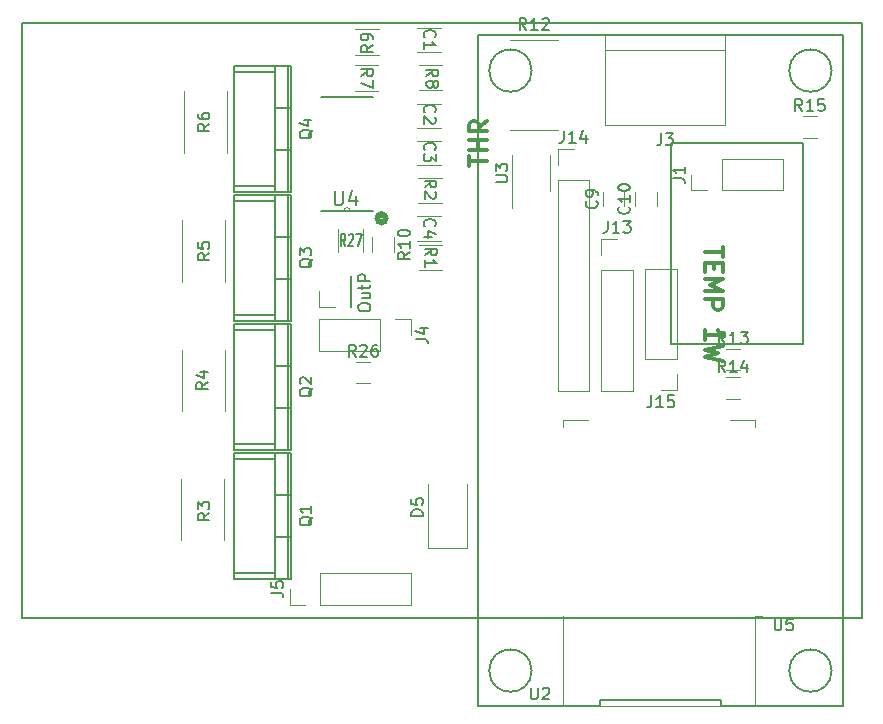
<source format=gbr>
%TF.GenerationSoftware,KiCad,Pcbnew,5.1.5-52549c5~84~ubuntu18.04.1*%
%TF.CreationDate,2020-07-26T00:26:10-03:00*%
%TF.ProjectId,Placa tesis,506c6163-6120-4746-9573-69732e6b6963,rev?*%
%TF.SameCoordinates,Original*%
%TF.FileFunction,Legend,Top*%
%TF.FilePolarity,Positive*%
%FSLAX46Y46*%
G04 Gerber Fmt 4.6, Leading zero omitted, Abs format (unit mm)*
G04 Created by KiCad (PCBNEW 5.1.5-52549c5~84~ubuntu18.04.1) date 2020-07-26 00:26:10*
%MOMM*%
%LPD*%
G04 APERTURE LIST*
%TA.AperFunction,Profile*%
%ADD10C,0.150000*%
%TD*%
%ADD11C,0.300000*%
%ADD12C,0.200000*%
%ADD13C,0.500000*%
%ADD14C,0.120000*%
%ADD15C,0.150000*%
%ADD16C,0.100000*%
%ADD17C,0.152400*%
G04 APERTURE END LIST*
D10*
X82800000Y-91800000D02*
X153900000Y-91800000D01*
D11*
X142130428Y-60363857D02*
X142130428Y-61221000D01*
X140630428Y-60792428D02*
X142130428Y-60792428D01*
X141416142Y-61721000D02*
X141416142Y-62221000D01*
X140630428Y-62435285D02*
X140630428Y-61721000D01*
X142130428Y-61721000D01*
X142130428Y-62435285D01*
X140630428Y-63078142D02*
X142130428Y-63078142D01*
X141059000Y-63578142D01*
X142130428Y-64078142D01*
X140630428Y-64078142D01*
X140630428Y-64792428D02*
X142130428Y-64792428D01*
X142130428Y-65363857D01*
X142059000Y-65506714D01*
X141987571Y-65578142D01*
X141844714Y-65649571D01*
X141630428Y-65649571D01*
X141487571Y-65578142D01*
X141416142Y-65506714D01*
X141344714Y-65363857D01*
X141344714Y-64792428D01*
X140630428Y-68221000D02*
X140630428Y-67363857D01*
X140630428Y-67792428D02*
X142130428Y-67792428D01*
X141916142Y-67649571D01*
X141773285Y-67506714D01*
X141701857Y-67363857D01*
X142130428Y-68721000D02*
X140630428Y-69078142D01*
X141701857Y-69363857D01*
X140630428Y-69649571D01*
X142130428Y-70006714D01*
D12*
X137724000Y-51582000D02*
X137724000Y-68600000D01*
X137724000Y-68600000D02*
X148900000Y-68600000D01*
D10*
X153900000Y-41400000D02*
X153900000Y-91800000D01*
X82800000Y-41400000D02*
X82800000Y-91800000D01*
D13*
X113604710Y-57925500D02*
G75*
G03X113604710Y-57925500I-359210J0D01*
G01*
D11*
X120686071Y-53500785D02*
X120686071Y-52643642D01*
X122186071Y-53072214D02*
X120686071Y-53072214D01*
X122186071Y-52143642D02*
X120686071Y-52143642D01*
X121400357Y-52143642D02*
X121400357Y-51286500D01*
X122186071Y-51286500D02*
X120686071Y-51286500D01*
X122186071Y-49715071D02*
X121471785Y-50215071D01*
X122186071Y-50572214D02*
X120686071Y-50572214D01*
X120686071Y-50000785D01*
X120757500Y-49857928D01*
X120828928Y-49786500D01*
X120971785Y-49715071D01*
X121186071Y-49715071D01*
X121328928Y-49786500D01*
X121400357Y-49857928D01*
X121471785Y-50000785D01*
X121471785Y-50572214D01*
D12*
X148913000Y-51551000D02*
X148913000Y-68569000D01*
X137737000Y-51551000D02*
X148913000Y-51551000D01*
D10*
X82800000Y-41400000D02*
X153900000Y-41400000D01*
D14*
%TO.C,R12*%
X124120000Y-42790000D02*
X128180000Y-42790000D01*
X124120000Y-50410000D02*
X128180000Y-50410000D01*
%TO.C,J4*%
X107970000Y-66470000D02*
X107970000Y-69130000D01*
X113110000Y-66470000D02*
X107970000Y-66470000D01*
X113110000Y-69130000D02*
X107970000Y-69130000D01*
X113110000Y-66470000D02*
X113110000Y-69130000D01*
X114380000Y-66470000D02*
X115710000Y-66470000D01*
X115710000Y-66470000D02*
X115710000Y-67800000D01*
%TO.C,R26*%
X111097936Y-70090000D02*
X112302064Y-70090000D01*
X111097936Y-71910000D02*
X112302064Y-71910000D01*
%TO.C,R15*%
X148897936Y-49290000D02*
X150102064Y-49290000D01*
X148897936Y-51110000D02*
X150102064Y-51110000D01*
%TO.C,J13*%
X131870000Y-72510000D02*
X134530000Y-72510000D01*
X131870000Y-62290000D02*
X131870000Y-72510000D01*
X134530000Y-62290000D02*
X134530000Y-72510000D01*
X131870000Y-62290000D02*
X134530000Y-62290000D01*
X131870000Y-61020000D02*
X131870000Y-59690000D01*
X131870000Y-59690000D02*
X133200000Y-59690000D01*
%TO.C,U3*%
X127510000Y-54100000D02*
X127510000Y-52600000D01*
X127510000Y-54100000D02*
X127510000Y-55600000D01*
X124290000Y-54100000D02*
X124290000Y-52600000D01*
X124290000Y-54100000D02*
X124290000Y-57025000D01*
%TO.C,J14*%
X128170000Y-72510000D02*
X130830000Y-72510000D01*
X128170000Y-54670000D02*
X128170000Y-72510000D01*
X130830000Y-54670000D02*
X130830000Y-72510000D01*
X128170000Y-54670000D02*
X130830000Y-54670000D01*
X128170000Y-53400000D02*
X128170000Y-52070000D01*
X128170000Y-52070000D02*
X129500000Y-52070000D01*
%TO.C,J15*%
X138230000Y-62190000D02*
X135570000Y-62190000D01*
X138230000Y-69870000D02*
X138230000Y-62190000D01*
X135570000Y-69870000D02*
X135570000Y-62190000D01*
X138230000Y-69870000D02*
X135570000Y-69870000D01*
X138230000Y-71140000D02*
X138230000Y-72470000D01*
X138230000Y-72470000D02*
X136900000Y-72470000D01*
D15*
%TO.C,Q4*%
X104192500Y-55161500D02*
X100763500Y-55161500D01*
X104192500Y-45509500D02*
X100763500Y-45509500D01*
X105335500Y-55669500D02*
X105335500Y-45001500D01*
X104319500Y-52113500D02*
X105589500Y-52113500D01*
X104319500Y-48557500D02*
X105589500Y-48557500D01*
X104192500Y-45001500D02*
X104192500Y-55669500D01*
X100763500Y-55669500D02*
X100763500Y-45001500D01*
X105589500Y-45001500D02*
X100763500Y-45001500D01*
X105589500Y-55669500D02*
X100763500Y-55669500D01*
X105589500Y-55669500D02*
X105589500Y-45001500D01*
%TO.C,U2*%
X125957551Y-45420000D02*
G75*
G03X125957551Y-45420000I-1796051J0D01*
G01*
X151357551Y-45420000D02*
G75*
G03X151357551Y-45420000I-1796051J0D01*
G01*
X151357551Y-96220000D02*
G75*
G03X151357551Y-96220000I-1796051J0D01*
G01*
X125957551Y-96220000D02*
G75*
G03X125957551Y-96220000I-1796051J0D01*
G01*
X142011499Y-99200000D02*
X152311499Y-99200000D01*
X142011499Y-98750000D02*
X142011499Y-99200000D01*
X131711500Y-98750000D02*
X142011499Y-98750000D01*
X131711500Y-99200000D02*
X131711500Y-98750000D01*
X121411500Y-99200000D02*
X131711500Y-99200000D01*
X121411501Y-42440000D02*
X121411500Y-99200000D01*
X152311500Y-42440000D02*
X121411501Y-42440000D01*
X152311499Y-99200000D02*
X152311500Y-42440000D01*
D14*
%TO.C,U5*%
X144854500Y-91600000D02*
X145464500Y-91600000D01*
X144854500Y-91600000D02*
X144854500Y-99220000D01*
X144854500Y-74980000D02*
X144854500Y-75600000D01*
X142734500Y-74980000D02*
X144854500Y-74980000D01*
X128614500Y-74980000D02*
X130734500Y-74980000D01*
X128614500Y-75600000D02*
X128614500Y-74980000D01*
X128614500Y-99220000D02*
X128614500Y-91600000D01*
X144854500Y-99220000D02*
X128614500Y-99220000D01*
%TO.C,J1*%
X139455000Y-55548000D02*
X139455000Y-54218000D01*
X140785000Y-55548000D02*
X139455000Y-55548000D01*
X142055000Y-55548000D02*
X142055000Y-52888000D01*
X142055000Y-52888000D02*
X147195000Y-52888000D01*
X142055000Y-55548000D02*
X147195000Y-55548000D01*
X147195000Y-55548000D02*
X147195000Y-52888000D01*
%TO.C,OutP*%
X110630000Y-65430000D02*
X110630000Y-62770000D01*
X110570000Y-65430000D02*
X110630000Y-65430000D01*
X110570000Y-62770000D02*
X110630000Y-62770000D01*
X110570000Y-65430000D02*
X110570000Y-62770000D01*
X109300000Y-65430000D02*
X107970000Y-65430000D01*
X107970000Y-65430000D02*
X107970000Y-64100000D01*
D15*
%TO.C,Q1*%
X105589500Y-88435500D02*
X105589500Y-77767500D01*
X105589500Y-88435500D02*
X100763500Y-88435500D01*
X105589500Y-77767500D02*
X100763500Y-77767500D01*
X100763500Y-88435500D02*
X100763500Y-77767500D01*
X104192500Y-77767500D02*
X104192500Y-88435500D01*
X104319500Y-81323500D02*
X105589500Y-81323500D01*
X104319500Y-84879500D02*
X105589500Y-84879500D01*
X105335500Y-88435500D02*
X105335500Y-77767500D01*
X104192500Y-78275500D02*
X100763500Y-78275500D01*
X104192500Y-87927500D02*
X100763500Y-87927500D01*
D16*
%TO.C,U4*%
X110019700Y-57315900D02*
G75*
G02X110629300Y-57315900I304800J0D01*
G01*
D17*
X110629300Y-57315900D02*
X112534300Y-57315900D01*
X110019700Y-57315900D02*
X110629300Y-57315900D01*
X108114700Y-57315900D02*
X110019700Y-57315900D01*
X112534300Y-47613100D02*
X108114700Y-47613100D01*
D14*
%TO.C,C1*%
X118279020Y-41814020D02*
X116279020Y-41814020D01*
X116279020Y-43854020D02*
X118279020Y-43854020D01*
%TO.C,C2*%
X116279020Y-50255020D02*
X118279020Y-50255020D01*
X118279020Y-48215020D02*
X116279020Y-48215020D01*
%TO.C,C3*%
X118279020Y-51363020D02*
X116279020Y-51363020D01*
X116279020Y-53403020D02*
X118279020Y-53403020D01*
%TO.C,C4*%
X116279020Y-59804020D02*
X118279020Y-59804020D01*
X118279020Y-57764020D02*
X116279020Y-57764020D01*
D15*
%TO.C,Q2*%
X104192500Y-77005500D02*
X100763500Y-77005500D01*
X104192500Y-67353500D02*
X100763500Y-67353500D01*
X105335500Y-77513500D02*
X105335500Y-66845500D01*
X104319500Y-73957500D02*
X105589500Y-73957500D01*
X104319500Y-70401500D02*
X105589500Y-70401500D01*
X104192500Y-66845500D02*
X104192500Y-77513500D01*
X100763500Y-77513500D02*
X100763500Y-66845500D01*
X105589500Y-66845500D02*
X100763500Y-66845500D01*
X105589500Y-77513500D02*
X100763500Y-77513500D01*
X105589500Y-77513500D02*
X105589500Y-66845500D01*
%TO.C,Q3*%
X105589500Y-66591500D02*
X105589500Y-55923500D01*
X105589500Y-66591500D02*
X100763500Y-66591500D01*
X105589500Y-55923500D02*
X100763500Y-55923500D01*
X100763500Y-66591500D02*
X100763500Y-55923500D01*
X104192500Y-55923500D02*
X104192500Y-66591500D01*
X104319500Y-59479500D02*
X105589500Y-59479500D01*
X104319500Y-63035500D02*
X105589500Y-63035500D01*
X105335500Y-66591500D02*
X105335500Y-55923500D01*
X104192500Y-56431500D02*
X100763500Y-56431500D01*
X104192500Y-66083500D02*
X100763500Y-66083500D01*
D14*
%TO.C,R1*%
X116400000Y-60180000D02*
X118400000Y-60180000D01*
X118400000Y-62320000D02*
X116400000Y-62320000D01*
%TO.C,R2*%
X116365720Y-54500920D02*
X118365720Y-54500920D01*
X118365720Y-56640920D02*
X116365720Y-56640920D01*
%TO.C,R7*%
X110965000Y-44981000D02*
X112965000Y-44981000D01*
X112965000Y-47121000D02*
X110965000Y-47121000D01*
%TO.C,R8*%
X118401280Y-47090520D02*
X116401280Y-47090520D01*
X116401280Y-44950520D02*
X118401280Y-44950520D01*
%TO.C,R9*%
X113039000Y-44073000D02*
X111039000Y-44073000D01*
X111039000Y-41933000D02*
X113039000Y-41933000D01*
%TO.C,R3*%
X99916500Y-79993500D02*
X99916500Y-85193500D01*
X96276500Y-85193500D02*
X96276500Y-79993500D01*
%TO.C,R4*%
X96393016Y-74239215D02*
X96393016Y-69039215D01*
X100033016Y-69039215D02*
X100033016Y-74239215D01*
%TO.C,R5*%
X100007615Y-58110079D02*
X100007615Y-63310079D01*
X96367615Y-63310079D02*
X96367615Y-58110079D01*
%TO.C,R6*%
X96483848Y-52363607D02*
X96483848Y-47163607D01*
X100123848Y-47163607D02*
X100123848Y-52363607D01*
%TO.C,R27*%
X109572000Y-60800000D02*
X109572000Y-58800000D01*
X111712000Y-58800000D02*
X111712000Y-60800000D01*
%TO.C,J3*%
X142340000Y-42390000D02*
X132180000Y-42390000D01*
X142340000Y-50010000D02*
X142340000Y-42390000D01*
X132180000Y-50010000D02*
X142340000Y-50010000D01*
X132180000Y-42390000D02*
X132180000Y-50010000D01*
X132180000Y-43660000D02*
X142340000Y-43660000D01*
%TO.C,C9*%
X131990000Y-56902064D02*
X131990000Y-55697936D01*
X133810000Y-56902064D02*
X133810000Y-55697936D01*
%TO.C,C10*%
X136560000Y-56902064D02*
X136560000Y-55697936D01*
X134740000Y-56902064D02*
X134740000Y-55697936D01*
%TO.C,D5*%
X117150000Y-85800000D02*
X120450000Y-85800000D01*
X120450000Y-85800000D02*
X120450000Y-80400000D01*
X117150000Y-85800000D02*
X117150000Y-80400000D01*
%TO.C,R10*%
X112440000Y-59547936D02*
X112440000Y-60752064D01*
X114260000Y-59547936D02*
X114260000Y-60752064D01*
%TO.C,R13*%
X142397936Y-70810000D02*
X143602064Y-70810000D01*
X142397936Y-68990000D02*
X143602064Y-68990000D01*
%TO.C,R14*%
X142397936Y-71390000D02*
X143602064Y-71390000D01*
X142397936Y-73210000D02*
X143602064Y-73210000D01*
%TO.C,J5*%
X115750000Y-90630000D02*
X115750000Y-87970000D01*
X108070000Y-90630000D02*
X115750000Y-90630000D01*
X108070000Y-87970000D02*
X115750000Y-87970000D01*
X108070000Y-90630000D02*
X108070000Y-87970000D01*
X106800000Y-90630000D02*
X105470000Y-90630000D01*
X105470000Y-90630000D02*
X105470000Y-89300000D01*
%TD*%
%TO.C,R12*%
D15*
X125507142Y-41972380D02*
X125173809Y-41496190D01*
X124935714Y-41972380D02*
X124935714Y-40972380D01*
X125316666Y-40972380D01*
X125411904Y-41020000D01*
X125459523Y-41067619D01*
X125507142Y-41162857D01*
X125507142Y-41305714D01*
X125459523Y-41400952D01*
X125411904Y-41448571D01*
X125316666Y-41496190D01*
X124935714Y-41496190D01*
X126459523Y-41972380D02*
X125888095Y-41972380D01*
X126173809Y-41972380D02*
X126173809Y-40972380D01*
X126078571Y-41115238D01*
X125983333Y-41210476D01*
X125888095Y-41258095D01*
X126840476Y-41067619D02*
X126888095Y-41020000D01*
X126983333Y-40972380D01*
X127221428Y-40972380D01*
X127316666Y-41020000D01*
X127364285Y-41067619D01*
X127411904Y-41162857D01*
X127411904Y-41258095D01*
X127364285Y-41400952D01*
X126792857Y-41972380D01*
X127411904Y-41972380D01*
%TO.C,J4*%
X116162380Y-68133333D02*
X116876666Y-68133333D01*
X117019523Y-68180952D01*
X117114761Y-68276190D01*
X117162380Y-68419047D01*
X117162380Y-68514285D01*
X116495714Y-67228571D02*
X117162380Y-67228571D01*
X116114761Y-67466666D02*
X116829047Y-67704761D01*
X116829047Y-67085714D01*
%TO.C,R26*%
X111057142Y-69632380D02*
X110723809Y-69156190D01*
X110485714Y-69632380D02*
X110485714Y-68632380D01*
X110866666Y-68632380D01*
X110961904Y-68680000D01*
X111009523Y-68727619D01*
X111057142Y-68822857D01*
X111057142Y-68965714D01*
X111009523Y-69060952D01*
X110961904Y-69108571D01*
X110866666Y-69156190D01*
X110485714Y-69156190D01*
X111438095Y-68727619D02*
X111485714Y-68680000D01*
X111580952Y-68632380D01*
X111819047Y-68632380D01*
X111914285Y-68680000D01*
X111961904Y-68727619D01*
X112009523Y-68822857D01*
X112009523Y-68918095D01*
X111961904Y-69060952D01*
X111390476Y-69632380D01*
X112009523Y-69632380D01*
X112866666Y-68632380D02*
X112676190Y-68632380D01*
X112580952Y-68680000D01*
X112533333Y-68727619D01*
X112438095Y-68870476D01*
X112390476Y-69060952D01*
X112390476Y-69441904D01*
X112438095Y-69537142D01*
X112485714Y-69584761D01*
X112580952Y-69632380D01*
X112771428Y-69632380D01*
X112866666Y-69584761D01*
X112914285Y-69537142D01*
X112961904Y-69441904D01*
X112961904Y-69203809D01*
X112914285Y-69108571D01*
X112866666Y-69060952D01*
X112771428Y-69013333D01*
X112580952Y-69013333D01*
X112485714Y-69060952D01*
X112438095Y-69108571D01*
X112390476Y-69203809D01*
%TO.C,R15*%
X148857142Y-48832380D02*
X148523809Y-48356190D01*
X148285714Y-48832380D02*
X148285714Y-47832380D01*
X148666666Y-47832380D01*
X148761904Y-47880000D01*
X148809523Y-47927619D01*
X148857142Y-48022857D01*
X148857142Y-48165714D01*
X148809523Y-48260952D01*
X148761904Y-48308571D01*
X148666666Y-48356190D01*
X148285714Y-48356190D01*
X149809523Y-48832380D02*
X149238095Y-48832380D01*
X149523809Y-48832380D02*
X149523809Y-47832380D01*
X149428571Y-47975238D01*
X149333333Y-48070476D01*
X149238095Y-48118095D01*
X150714285Y-47832380D02*
X150238095Y-47832380D01*
X150190476Y-48308571D01*
X150238095Y-48260952D01*
X150333333Y-48213333D01*
X150571428Y-48213333D01*
X150666666Y-48260952D01*
X150714285Y-48308571D01*
X150761904Y-48403809D01*
X150761904Y-48641904D01*
X150714285Y-48737142D01*
X150666666Y-48784761D01*
X150571428Y-48832380D01*
X150333333Y-48832380D01*
X150238095Y-48784761D01*
X150190476Y-48737142D01*
%TO.C,J13*%
X132390476Y-58142380D02*
X132390476Y-58856666D01*
X132342857Y-58999523D01*
X132247619Y-59094761D01*
X132104761Y-59142380D01*
X132009523Y-59142380D01*
X133390476Y-59142380D02*
X132819047Y-59142380D01*
X133104761Y-59142380D02*
X133104761Y-58142380D01*
X133009523Y-58285238D01*
X132914285Y-58380476D01*
X132819047Y-58428095D01*
X133723809Y-58142380D02*
X134342857Y-58142380D01*
X134009523Y-58523333D01*
X134152380Y-58523333D01*
X134247619Y-58570952D01*
X134295238Y-58618571D01*
X134342857Y-58713809D01*
X134342857Y-58951904D01*
X134295238Y-59047142D01*
X134247619Y-59094761D01*
X134152380Y-59142380D01*
X133866666Y-59142380D01*
X133771428Y-59094761D01*
X133723809Y-59047142D01*
%TO.C,U3*%
X122902380Y-54861904D02*
X123711904Y-54861904D01*
X123807142Y-54814285D01*
X123854761Y-54766666D01*
X123902380Y-54671428D01*
X123902380Y-54480952D01*
X123854761Y-54385714D01*
X123807142Y-54338095D01*
X123711904Y-54290476D01*
X122902380Y-54290476D01*
X122902380Y-53909523D02*
X122902380Y-53290476D01*
X123283333Y-53623809D01*
X123283333Y-53480952D01*
X123330952Y-53385714D01*
X123378571Y-53338095D01*
X123473809Y-53290476D01*
X123711904Y-53290476D01*
X123807142Y-53338095D01*
X123854761Y-53385714D01*
X123902380Y-53480952D01*
X123902380Y-53766666D01*
X123854761Y-53861904D01*
X123807142Y-53909523D01*
%TO.C,J14*%
X128690476Y-50522380D02*
X128690476Y-51236666D01*
X128642857Y-51379523D01*
X128547619Y-51474761D01*
X128404761Y-51522380D01*
X128309523Y-51522380D01*
X129690476Y-51522380D02*
X129119047Y-51522380D01*
X129404761Y-51522380D02*
X129404761Y-50522380D01*
X129309523Y-50665238D01*
X129214285Y-50760476D01*
X129119047Y-50808095D01*
X130547619Y-50855714D02*
X130547619Y-51522380D01*
X130309523Y-50474761D02*
X130071428Y-51189047D01*
X130690476Y-51189047D01*
%TO.C,J15*%
X136090476Y-72922380D02*
X136090476Y-73636666D01*
X136042857Y-73779523D01*
X135947619Y-73874761D01*
X135804761Y-73922380D01*
X135709523Y-73922380D01*
X137090476Y-73922380D02*
X136519047Y-73922380D01*
X136804761Y-73922380D02*
X136804761Y-72922380D01*
X136709523Y-73065238D01*
X136614285Y-73160476D01*
X136519047Y-73208095D01*
X137995238Y-72922380D02*
X137519047Y-72922380D01*
X137471428Y-73398571D01*
X137519047Y-73350952D01*
X137614285Y-73303333D01*
X137852380Y-73303333D01*
X137947619Y-73350952D01*
X137995238Y-73398571D01*
X138042857Y-73493809D01*
X138042857Y-73731904D01*
X137995238Y-73827142D01*
X137947619Y-73874761D01*
X137852380Y-73922380D01*
X137614285Y-73922380D01*
X137519047Y-73874761D01*
X137471428Y-73827142D01*
%TO.C,Q4*%
X107407119Y-50430738D02*
X107359500Y-50525976D01*
X107264261Y-50621214D01*
X107121404Y-50764071D01*
X107073785Y-50859309D01*
X107073785Y-50954547D01*
X107311880Y-50906928D02*
X107264261Y-51002166D01*
X107169023Y-51097404D01*
X106978547Y-51145023D01*
X106645214Y-51145023D01*
X106454738Y-51097404D01*
X106359500Y-51002166D01*
X106311880Y-50906928D01*
X106311880Y-50716452D01*
X106359500Y-50621214D01*
X106454738Y-50525976D01*
X106645214Y-50478357D01*
X106978547Y-50478357D01*
X107169023Y-50525976D01*
X107264261Y-50621214D01*
X107311880Y-50716452D01*
X107311880Y-50906928D01*
X106645214Y-49621214D02*
X107311880Y-49621214D01*
X106264261Y-49859309D02*
X106978547Y-50097404D01*
X106978547Y-49478357D01*
%TO.C,U2*%
X125886298Y-97660060D02*
X125886298Y-98469584D01*
X125933917Y-98564822D01*
X125981536Y-98612441D01*
X126076774Y-98660060D01*
X126267250Y-98660060D01*
X126362488Y-98612441D01*
X126410107Y-98564822D01*
X126457726Y-98469584D01*
X126457726Y-97660060D01*
X126886298Y-97755299D02*
X126933917Y-97707680D01*
X127029155Y-97660060D01*
X127267250Y-97660060D01*
X127362488Y-97707680D01*
X127410107Y-97755299D01*
X127457726Y-97850537D01*
X127457726Y-97945775D01*
X127410107Y-98088632D01*
X126838679Y-98660060D01*
X127457726Y-98660060D01*
%TO.C,U5*%
X146532595Y-91812380D02*
X146532595Y-92621904D01*
X146580214Y-92717142D01*
X146627833Y-92764761D01*
X146723071Y-92812380D01*
X146913547Y-92812380D01*
X147008785Y-92764761D01*
X147056404Y-92717142D01*
X147104023Y-92621904D01*
X147104023Y-91812380D01*
X148056404Y-91812380D02*
X147580214Y-91812380D01*
X147532595Y-92288571D01*
X147580214Y-92240952D01*
X147675452Y-92193333D01*
X147913547Y-92193333D01*
X148008785Y-92240952D01*
X148056404Y-92288571D01*
X148104023Y-92383809D01*
X148104023Y-92621904D01*
X148056404Y-92717142D01*
X148008785Y-92764761D01*
X147913547Y-92812380D01*
X147675452Y-92812380D01*
X147580214Y-92764761D01*
X147532595Y-92717142D01*
%TO.C,J1*%
X137907380Y-54551333D02*
X138621666Y-54551333D01*
X138764523Y-54598952D01*
X138859761Y-54694190D01*
X138907380Y-54837047D01*
X138907380Y-54932285D01*
X138907380Y-53551333D02*
X138907380Y-54122761D01*
X138907380Y-53837047D02*
X137907380Y-53837047D01*
X138050238Y-53932285D01*
X138145476Y-54027523D01*
X138193095Y-54122761D01*
%TO.C,OutP*%
X111292380Y-65560333D02*
X111292380Y-65369857D01*
X111340000Y-65274619D01*
X111435238Y-65179380D01*
X111625714Y-65131761D01*
X111959047Y-65131761D01*
X112149523Y-65179380D01*
X112244761Y-65274619D01*
X112292380Y-65369857D01*
X112292380Y-65560333D01*
X112244761Y-65655571D01*
X112149523Y-65750809D01*
X111959047Y-65798428D01*
X111625714Y-65798428D01*
X111435238Y-65750809D01*
X111340000Y-65655571D01*
X111292380Y-65560333D01*
X111625714Y-64274619D02*
X112292380Y-64274619D01*
X111625714Y-64703190D02*
X112149523Y-64703190D01*
X112244761Y-64655571D01*
X112292380Y-64560333D01*
X112292380Y-64417476D01*
X112244761Y-64322238D01*
X112197142Y-64274619D01*
X111625714Y-63941285D02*
X111625714Y-63560333D01*
X111292380Y-63798428D02*
X112149523Y-63798428D01*
X112244761Y-63750809D01*
X112292380Y-63655571D01*
X112292380Y-63560333D01*
X112292380Y-63227000D02*
X111292380Y-63227000D01*
X111292380Y-62846047D01*
X111340000Y-62750809D01*
X111387619Y-62703190D01*
X111482857Y-62655571D01*
X111625714Y-62655571D01*
X111720952Y-62703190D01*
X111768571Y-62750809D01*
X111816190Y-62846047D01*
X111816190Y-63227000D01*
%TO.C,Q1*%
X107407119Y-83196738D02*
X107359500Y-83291976D01*
X107264261Y-83387214D01*
X107121404Y-83530071D01*
X107073785Y-83625309D01*
X107073785Y-83720547D01*
X107311880Y-83672928D02*
X107264261Y-83768166D01*
X107169023Y-83863404D01*
X106978547Y-83911023D01*
X106645214Y-83911023D01*
X106454738Y-83863404D01*
X106359500Y-83768166D01*
X106311880Y-83672928D01*
X106311880Y-83482452D01*
X106359500Y-83387214D01*
X106454738Y-83291976D01*
X106645214Y-83244357D01*
X106978547Y-83244357D01*
X107169023Y-83291976D01*
X107264261Y-83387214D01*
X107311880Y-83482452D01*
X107311880Y-83672928D01*
X107311880Y-82291976D02*
X107311880Y-82863404D01*
X107311880Y-82577690D02*
X106311880Y-82577690D01*
X106454738Y-82672928D01*
X106549976Y-82768166D01*
X106597595Y-82863404D01*
%TO.C,U4*%
D12*
X109283214Y-55617357D02*
X109283214Y-56588785D01*
X109340357Y-56703071D01*
X109397500Y-56760214D01*
X109511785Y-56817357D01*
X109740357Y-56817357D01*
X109854642Y-56760214D01*
X109911785Y-56703071D01*
X109968928Y-56588785D01*
X109968928Y-55617357D01*
X111054642Y-56017357D02*
X111054642Y-56817357D01*
X110768928Y-55560214D02*
X110483214Y-56417357D01*
X111226071Y-56417357D01*
%TO.C,C1*%
D15*
X116921877Y-42615353D02*
X116874258Y-42567734D01*
X116826639Y-42424877D01*
X116826639Y-42329639D01*
X116874258Y-42186781D01*
X116969496Y-42091543D01*
X117064734Y-42043924D01*
X117255210Y-41996305D01*
X117398067Y-41996305D01*
X117588543Y-42043924D01*
X117683781Y-42091543D01*
X117779020Y-42186781D01*
X117826639Y-42329639D01*
X117826639Y-42424877D01*
X117779020Y-42567734D01*
X117731400Y-42615353D01*
X116826639Y-43567734D02*
X116826639Y-42996305D01*
X116826639Y-43282020D02*
X117826639Y-43282020D01*
X117683781Y-43186781D01*
X117588543Y-43091543D01*
X117540924Y-42996305D01*
%TO.C,C2*%
X116921877Y-48965353D02*
X116874258Y-48917734D01*
X116826639Y-48774877D01*
X116826639Y-48679639D01*
X116874258Y-48536781D01*
X116969496Y-48441543D01*
X117064734Y-48393924D01*
X117255210Y-48346305D01*
X117398067Y-48346305D01*
X117588543Y-48393924D01*
X117683781Y-48441543D01*
X117779020Y-48536781D01*
X117826639Y-48679639D01*
X117826639Y-48774877D01*
X117779020Y-48917734D01*
X117731400Y-48965353D01*
X117731400Y-49346305D02*
X117779020Y-49393924D01*
X117826639Y-49489162D01*
X117826639Y-49727258D01*
X117779020Y-49822496D01*
X117731400Y-49870115D01*
X117636162Y-49917734D01*
X117540924Y-49917734D01*
X117398067Y-49870115D01*
X116826639Y-49298686D01*
X116826639Y-49917734D01*
%TO.C,C3*%
X116921877Y-52140353D02*
X116874258Y-52092734D01*
X116826639Y-51949877D01*
X116826639Y-51854639D01*
X116874258Y-51711781D01*
X116969496Y-51616543D01*
X117064734Y-51568924D01*
X117255210Y-51521305D01*
X117398067Y-51521305D01*
X117588543Y-51568924D01*
X117683781Y-51616543D01*
X117779020Y-51711781D01*
X117826639Y-51854639D01*
X117826639Y-51949877D01*
X117779020Y-52092734D01*
X117731400Y-52140353D01*
X117826639Y-52473686D02*
X117826639Y-53092734D01*
X117445686Y-52759400D01*
X117445686Y-52902258D01*
X117398067Y-52997496D01*
X117350448Y-53045115D01*
X117255210Y-53092734D01*
X117017115Y-53092734D01*
X116921877Y-53045115D01*
X116874258Y-52997496D01*
X116826639Y-52902258D01*
X116826639Y-52616543D01*
X116874258Y-52521305D01*
X116921877Y-52473686D01*
%TO.C,C4*%
X116921877Y-58617353D02*
X116874258Y-58569734D01*
X116826639Y-58426877D01*
X116826639Y-58331639D01*
X116874258Y-58188781D01*
X116969496Y-58093543D01*
X117064734Y-58045924D01*
X117255210Y-57998305D01*
X117398067Y-57998305D01*
X117588543Y-58045924D01*
X117683781Y-58093543D01*
X117779020Y-58188781D01*
X117826639Y-58331639D01*
X117826639Y-58426877D01*
X117779020Y-58569734D01*
X117731400Y-58617353D01*
X117493305Y-59474496D02*
X116826639Y-59474496D01*
X117874258Y-59236400D02*
X117159972Y-58998305D01*
X117159972Y-59617353D01*
%TO.C,Q2*%
X107407119Y-72274738D02*
X107359500Y-72369976D01*
X107264261Y-72465214D01*
X107121404Y-72608071D01*
X107073785Y-72703309D01*
X107073785Y-72798547D01*
X107311880Y-72750928D02*
X107264261Y-72846166D01*
X107169023Y-72941404D01*
X106978547Y-72989023D01*
X106645214Y-72989023D01*
X106454738Y-72941404D01*
X106359500Y-72846166D01*
X106311880Y-72750928D01*
X106311880Y-72560452D01*
X106359500Y-72465214D01*
X106454738Y-72369976D01*
X106645214Y-72322357D01*
X106978547Y-72322357D01*
X107169023Y-72369976D01*
X107264261Y-72465214D01*
X107311880Y-72560452D01*
X107311880Y-72750928D01*
X106407119Y-71941404D02*
X106359500Y-71893785D01*
X106311880Y-71798547D01*
X106311880Y-71560452D01*
X106359500Y-71465214D01*
X106407119Y-71417595D01*
X106502357Y-71369976D01*
X106597595Y-71369976D01*
X106740452Y-71417595D01*
X107311880Y-71989023D01*
X107311880Y-71369976D01*
%TO.C,Q3*%
X107407119Y-61352738D02*
X107359500Y-61447976D01*
X107264261Y-61543214D01*
X107121404Y-61686071D01*
X107073785Y-61781309D01*
X107073785Y-61876547D01*
X107311880Y-61828928D02*
X107264261Y-61924166D01*
X107169023Y-62019404D01*
X106978547Y-62067023D01*
X106645214Y-62067023D01*
X106454738Y-62019404D01*
X106359500Y-61924166D01*
X106311880Y-61828928D01*
X106311880Y-61638452D01*
X106359500Y-61543214D01*
X106454738Y-61447976D01*
X106645214Y-61400357D01*
X106978547Y-61400357D01*
X107169023Y-61447976D01*
X107264261Y-61543214D01*
X107311880Y-61638452D01*
X107311880Y-61828928D01*
X106311880Y-61067023D02*
X106311880Y-60447976D01*
X106692833Y-60781309D01*
X106692833Y-60638452D01*
X106740452Y-60543214D01*
X106788071Y-60495595D01*
X106883309Y-60447976D01*
X107121404Y-60447976D01*
X107216642Y-60495595D01*
X107264261Y-60543214D01*
X107311880Y-60638452D01*
X107311880Y-60924166D01*
X107264261Y-61019404D01*
X107216642Y-61067023D01*
%TO.C,R1*%
X116920619Y-61054333D02*
X117396809Y-60721000D01*
X116920619Y-60482904D02*
X117920619Y-60482904D01*
X117920619Y-60863857D01*
X117873000Y-60959095D01*
X117825380Y-61006714D01*
X117730142Y-61054333D01*
X117587285Y-61054333D01*
X117492047Y-61006714D01*
X117444428Y-60959095D01*
X117396809Y-60863857D01*
X117396809Y-60482904D01*
X116920619Y-62006714D02*
X116920619Y-61435285D01*
X116920619Y-61721000D02*
X117920619Y-61721000D01*
X117777761Y-61625761D01*
X117682523Y-61530523D01*
X117634904Y-61435285D01*
%TO.C,R2*%
X116886339Y-55300253D02*
X117362529Y-54966920D01*
X116886339Y-54728824D02*
X117886339Y-54728824D01*
X117886339Y-55109777D01*
X117838720Y-55205015D01*
X117791100Y-55252634D01*
X117695862Y-55300253D01*
X117553005Y-55300253D01*
X117457767Y-55252634D01*
X117410148Y-55205015D01*
X117362529Y-55109777D01*
X117362529Y-54728824D01*
X117791100Y-55681205D02*
X117838720Y-55728824D01*
X117886339Y-55824062D01*
X117886339Y-56062158D01*
X117838720Y-56157396D01*
X117791100Y-56205015D01*
X117695862Y-56252634D01*
X117600624Y-56252634D01*
X117457767Y-56205015D01*
X116886339Y-55633586D01*
X116886339Y-56252634D01*
%TO.C,R7*%
X111512619Y-45884333D02*
X111988809Y-45551000D01*
X111512619Y-45312904D02*
X112512619Y-45312904D01*
X112512619Y-45693857D01*
X112465000Y-45789095D01*
X112417380Y-45836714D01*
X112322142Y-45884333D01*
X112179285Y-45884333D01*
X112084047Y-45836714D01*
X112036428Y-45789095D01*
X111988809Y-45693857D01*
X111988809Y-45312904D01*
X112512619Y-46217666D02*
X112512619Y-46884333D01*
X111512619Y-46455761D01*
%TO.C,R8*%
X117048899Y-45900853D02*
X117525089Y-45567520D01*
X117048899Y-45329424D02*
X118048899Y-45329424D01*
X118048899Y-45710377D01*
X118001280Y-45805615D01*
X117953660Y-45853234D01*
X117858422Y-45900853D01*
X117715565Y-45900853D01*
X117620327Y-45853234D01*
X117572708Y-45805615D01*
X117525089Y-45710377D01*
X117525089Y-45329424D01*
X117620327Y-46472281D02*
X117667946Y-46377043D01*
X117715565Y-46329424D01*
X117810803Y-46281805D01*
X117858422Y-46281805D01*
X117953660Y-46329424D01*
X118001280Y-46377043D01*
X118048899Y-46472281D01*
X118048899Y-46662758D01*
X118001280Y-46757996D01*
X117953660Y-46805615D01*
X117858422Y-46853234D01*
X117810803Y-46853234D01*
X117715565Y-46805615D01*
X117667946Y-46757996D01*
X117620327Y-46662758D01*
X117620327Y-46472281D01*
X117572708Y-46377043D01*
X117525089Y-46329424D01*
X117429851Y-46281805D01*
X117239375Y-46281805D01*
X117144137Y-46329424D01*
X117096518Y-46377043D01*
X117048899Y-46472281D01*
X117048899Y-46662758D01*
X117096518Y-46757996D01*
X117144137Y-46805615D01*
X117239375Y-46853234D01*
X117429851Y-46853234D01*
X117525089Y-46805615D01*
X117572708Y-46757996D01*
X117620327Y-46662758D01*
%TO.C,R9*%
X112491380Y-43251080D02*
X112015190Y-43584414D01*
X112491380Y-43822509D02*
X111491380Y-43822509D01*
X111491380Y-43441556D01*
X111539000Y-43346318D01*
X111586619Y-43298699D01*
X111681857Y-43251080D01*
X111824714Y-43251080D01*
X111919952Y-43298699D01*
X111967571Y-43346318D01*
X112015190Y-43441556D01*
X112015190Y-43822509D01*
X112491380Y-42774890D02*
X112491380Y-42584414D01*
X112443761Y-42489175D01*
X112396142Y-42441556D01*
X112253285Y-42346318D01*
X112062809Y-42298699D01*
X111681857Y-42298699D01*
X111586619Y-42346318D01*
X111539000Y-42393937D01*
X111491380Y-42489175D01*
X111491380Y-42679652D01*
X111539000Y-42774890D01*
X111586619Y-42822509D01*
X111681857Y-42870128D01*
X111919952Y-42870128D01*
X112015190Y-42822509D01*
X112062809Y-42774890D01*
X112110428Y-42679652D01*
X112110428Y-42489175D01*
X112062809Y-42393937D01*
X112015190Y-42346318D01*
X111919952Y-42298699D01*
%TO.C,R3*%
X98675880Y-82887166D02*
X98199690Y-83220500D01*
X98675880Y-83458595D02*
X97675880Y-83458595D01*
X97675880Y-83077642D01*
X97723500Y-82982404D01*
X97771119Y-82934785D01*
X97866357Y-82887166D01*
X98009214Y-82887166D01*
X98104452Y-82934785D01*
X98152071Y-82982404D01*
X98199690Y-83077642D01*
X98199690Y-83458595D01*
X97675880Y-82553833D02*
X97675880Y-81934785D01*
X98056833Y-82268119D01*
X98056833Y-82125261D01*
X98104452Y-82030023D01*
X98152071Y-81982404D01*
X98247309Y-81934785D01*
X98485404Y-81934785D01*
X98580642Y-81982404D01*
X98628261Y-82030023D01*
X98675880Y-82125261D01*
X98675880Y-82410976D01*
X98628261Y-82506214D01*
X98580642Y-82553833D01*
%TO.C,R4*%
X98548880Y-71805881D02*
X98072690Y-72139215D01*
X98548880Y-72377310D02*
X97548880Y-72377310D01*
X97548880Y-71996357D01*
X97596500Y-71901119D01*
X97644119Y-71853500D01*
X97739357Y-71805881D01*
X97882214Y-71805881D01*
X97977452Y-71853500D01*
X98025071Y-71901119D01*
X98072690Y-71996357D01*
X98072690Y-72377310D01*
X97882214Y-70948738D02*
X98548880Y-70948738D01*
X97501261Y-71186834D02*
X98215547Y-71424929D01*
X98215547Y-70805881D01*
%TO.C,R5*%
X98675880Y-60876745D02*
X98199690Y-61210079D01*
X98675880Y-61448174D02*
X97675880Y-61448174D01*
X97675880Y-61067221D01*
X97723500Y-60971983D01*
X97771119Y-60924364D01*
X97866357Y-60876745D01*
X98009214Y-60876745D01*
X98104452Y-60924364D01*
X98152071Y-60971983D01*
X98199690Y-61067221D01*
X98199690Y-61448174D01*
X97675880Y-59971983D02*
X97675880Y-60448174D01*
X98152071Y-60495793D01*
X98104452Y-60448174D01*
X98056833Y-60352936D01*
X98056833Y-60114840D01*
X98104452Y-60019602D01*
X98152071Y-59971983D01*
X98247309Y-59924364D01*
X98485404Y-59924364D01*
X98580642Y-59971983D01*
X98628261Y-60019602D01*
X98675880Y-60114840D01*
X98675880Y-60352936D01*
X98628261Y-60448174D01*
X98580642Y-60495793D01*
%TO.C,R6*%
X98675880Y-49930273D02*
X98199690Y-50263607D01*
X98675880Y-50501702D02*
X97675880Y-50501702D01*
X97675880Y-50120749D01*
X97723500Y-50025511D01*
X97771119Y-49977892D01*
X97866357Y-49930273D01*
X98009214Y-49930273D01*
X98104452Y-49977892D01*
X98152071Y-50025511D01*
X98199690Y-50120749D01*
X98199690Y-50501702D01*
X97675880Y-49073130D02*
X97675880Y-49263607D01*
X97723500Y-49358845D01*
X97771119Y-49406464D01*
X97913976Y-49501702D01*
X98104452Y-49549321D01*
X98485404Y-49549321D01*
X98580642Y-49501702D01*
X98628261Y-49454083D01*
X98675880Y-49358845D01*
X98675880Y-49168368D01*
X98628261Y-49073130D01*
X98580642Y-49025511D01*
X98485404Y-48977892D01*
X98247309Y-48977892D01*
X98152071Y-49025511D01*
X98104452Y-49073130D01*
X98056833Y-49168368D01*
X98056833Y-49358845D01*
X98104452Y-49454083D01*
X98152071Y-49501702D01*
X98247309Y-49549321D01*
%TO.C,R27*%
X110192000Y-60252380D02*
X109958666Y-59776190D01*
X109792000Y-60252380D02*
X109792000Y-59252380D01*
X110058666Y-59252380D01*
X110125333Y-59300000D01*
X110158666Y-59347619D01*
X110192000Y-59442857D01*
X110192000Y-59585714D01*
X110158666Y-59680952D01*
X110125333Y-59728571D01*
X110058666Y-59776190D01*
X109792000Y-59776190D01*
X110458666Y-59347619D02*
X110492000Y-59300000D01*
X110558666Y-59252380D01*
X110725333Y-59252380D01*
X110792000Y-59300000D01*
X110825333Y-59347619D01*
X110858666Y-59442857D01*
X110858666Y-59538095D01*
X110825333Y-59680952D01*
X110425333Y-60252380D01*
X110858666Y-60252380D01*
X111092000Y-59252380D02*
X111558666Y-59252380D01*
X111258666Y-60252380D01*
%TO.C,J3*%
X136926666Y-50732380D02*
X136926666Y-51446666D01*
X136879047Y-51589523D01*
X136783809Y-51684761D01*
X136640952Y-51732380D01*
X136545714Y-51732380D01*
X137307619Y-50732380D02*
X137926666Y-50732380D01*
X137593333Y-51113333D01*
X137736190Y-51113333D01*
X137831428Y-51160952D01*
X137879047Y-51208571D01*
X137926666Y-51303809D01*
X137926666Y-51541904D01*
X137879047Y-51637142D01*
X137831428Y-51684761D01*
X137736190Y-51732380D01*
X137450476Y-51732380D01*
X137355238Y-51684761D01*
X137307619Y-51637142D01*
%TO.C,C9*%
X131437142Y-56466666D02*
X131484761Y-56514285D01*
X131532380Y-56657142D01*
X131532380Y-56752380D01*
X131484761Y-56895238D01*
X131389523Y-56990476D01*
X131294285Y-57038095D01*
X131103809Y-57085714D01*
X130960952Y-57085714D01*
X130770476Y-57038095D01*
X130675238Y-56990476D01*
X130580000Y-56895238D01*
X130532380Y-56752380D01*
X130532380Y-56657142D01*
X130580000Y-56514285D01*
X130627619Y-56466666D01*
X131532380Y-55990476D02*
X131532380Y-55800000D01*
X131484761Y-55704761D01*
X131437142Y-55657142D01*
X131294285Y-55561904D01*
X131103809Y-55514285D01*
X130722857Y-55514285D01*
X130627619Y-55561904D01*
X130580000Y-55609523D01*
X130532380Y-55704761D01*
X130532380Y-55895238D01*
X130580000Y-55990476D01*
X130627619Y-56038095D01*
X130722857Y-56085714D01*
X130960952Y-56085714D01*
X131056190Y-56038095D01*
X131103809Y-55990476D01*
X131151428Y-55895238D01*
X131151428Y-55704761D01*
X131103809Y-55609523D01*
X131056190Y-55561904D01*
X130960952Y-55514285D01*
%TO.C,C10*%
X134187142Y-56942857D02*
X134234761Y-56990476D01*
X134282380Y-57133333D01*
X134282380Y-57228571D01*
X134234761Y-57371428D01*
X134139523Y-57466666D01*
X134044285Y-57514285D01*
X133853809Y-57561904D01*
X133710952Y-57561904D01*
X133520476Y-57514285D01*
X133425238Y-57466666D01*
X133330000Y-57371428D01*
X133282380Y-57228571D01*
X133282380Y-57133333D01*
X133330000Y-56990476D01*
X133377619Y-56942857D01*
X134282380Y-55990476D02*
X134282380Y-56561904D01*
X134282380Y-56276190D02*
X133282380Y-56276190D01*
X133425238Y-56371428D01*
X133520476Y-56466666D01*
X133568095Y-56561904D01*
X133282380Y-55371428D02*
X133282380Y-55276190D01*
X133330000Y-55180952D01*
X133377619Y-55133333D01*
X133472857Y-55085714D01*
X133663333Y-55038095D01*
X133901428Y-55038095D01*
X134091904Y-55085714D01*
X134187142Y-55133333D01*
X134234761Y-55180952D01*
X134282380Y-55276190D01*
X134282380Y-55371428D01*
X134234761Y-55466666D01*
X134187142Y-55514285D01*
X134091904Y-55561904D01*
X133901428Y-55609523D01*
X133663333Y-55609523D01*
X133472857Y-55561904D01*
X133377619Y-55514285D01*
X133330000Y-55466666D01*
X133282380Y-55371428D01*
%TO.C,D5*%
X116752380Y-83138095D02*
X115752380Y-83138095D01*
X115752380Y-82900000D01*
X115800000Y-82757142D01*
X115895238Y-82661904D01*
X115990476Y-82614285D01*
X116180952Y-82566666D01*
X116323809Y-82566666D01*
X116514285Y-82614285D01*
X116609523Y-82661904D01*
X116704761Y-82757142D01*
X116752380Y-82900000D01*
X116752380Y-83138095D01*
X115752380Y-81661904D02*
X115752380Y-82138095D01*
X116228571Y-82185714D01*
X116180952Y-82138095D01*
X116133333Y-82042857D01*
X116133333Y-81804761D01*
X116180952Y-81709523D01*
X116228571Y-81661904D01*
X116323809Y-81614285D01*
X116561904Y-81614285D01*
X116657142Y-81661904D01*
X116704761Y-81709523D01*
X116752380Y-81804761D01*
X116752380Y-82042857D01*
X116704761Y-82138095D01*
X116657142Y-82185714D01*
%TO.C,R10*%
X115622380Y-60792857D02*
X115146190Y-61126190D01*
X115622380Y-61364285D02*
X114622380Y-61364285D01*
X114622380Y-60983333D01*
X114670000Y-60888095D01*
X114717619Y-60840476D01*
X114812857Y-60792857D01*
X114955714Y-60792857D01*
X115050952Y-60840476D01*
X115098571Y-60888095D01*
X115146190Y-60983333D01*
X115146190Y-61364285D01*
X115622380Y-59840476D02*
X115622380Y-60411904D01*
X115622380Y-60126190D02*
X114622380Y-60126190D01*
X114765238Y-60221428D01*
X114860476Y-60316666D01*
X114908095Y-60411904D01*
X114622380Y-59221428D02*
X114622380Y-59126190D01*
X114670000Y-59030952D01*
X114717619Y-58983333D01*
X114812857Y-58935714D01*
X115003333Y-58888095D01*
X115241428Y-58888095D01*
X115431904Y-58935714D01*
X115527142Y-58983333D01*
X115574761Y-59030952D01*
X115622380Y-59126190D01*
X115622380Y-59221428D01*
X115574761Y-59316666D01*
X115527142Y-59364285D01*
X115431904Y-59411904D01*
X115241428Y-59459523D01*
X115003333Y-59459523D01*
X114812857Y-59411904D01*
X114717619Y-59364285D01*
X114670000Y-59316666D01*
X114622380Y-59221428D01*
%TO.C,R13*%
X142357142Y-68532380D02*
X142023809Y-68056190D01*
X141785714Y-68532380D02*
X141785714Y-67532380D01*
X142166666Y-67532380D01*
X142261904Y-67580000D01*
X142309523Y-67627619D01*
X142357142Y-67722857D01*
X142357142Y-67865714D01*
X142309523Y-67960952D01*
X142261904Y-68008571D01*
X142166666Y-68056190D01*
X141785714Y-68056190D01*
X143309523Y-68532380D02*
X142738095Y-68532380D01*
X143023809Y-68532380D02*
X143023809Y-67532380D01*
X142928571Y-67675238D01*
X142833333Y-67770476D01*
X142738095Y-67818095D01*
X143642857Y-67532380D02*
X144261904Y-67532380D01*
X143928571Y-67913333D01*
X144071428Y-67913333D01*
X144166666Y-67960952D01*
X144214285Y-68008571D01*
X144261904Y-68103809D01*
X144261904Y-68341904D01*
X144214285Y-68437142D01*
X144166666Y-68484761D01*
X144071428Y-68532380D01*
X143785714Y-68532380D01*
X143690476Y-68484761D01*
X143642857Y-68437142D01*
%TO.C,R14*%
X142357142Y-70932380D02*
X142023809Y-70456190D01*
X141785714Y-70932380D02*
X141785714Y-69932380D01*
X142166666Y-69932380D01*
X142261904Y-69980000D01*
X142309523Y-70027619D01*
X142357142Y-70122857D01*
X142357142Y-70265714D01*
X142309523Y-70360952D01*
X142261904Y-70408571D01*
X142166666Y-70456190D01*
X141785714Y-70456190D01*
X143309523Y-70932380D02*
X142738095Y-70932380D01*
X143023809Y-70932380D02*
X143023809Y-69932380D01*
X142928571Y-70075238D01*
X142833333Y-70170476D01*
X142738095Y-70218095D01*
X144166666Y-70265714D02*
X144166666Y-70932380D01*
X143928571Y-69884761D02*
X143690476Y-70599047D01*
X144309523Y-70599047D01*
%TO.C,J5*%
X103922380Y-89633333D02*
X104636666Y-89633333D01*
X104779523Y-89680952D01*
X104874761Y-89776190D01*
X104922380Y-89919047D01*
X104922380Y-90014285D01*
X103922380Y-88680952D02*
X103922380Y-89157142D01*
X104398571Y-89204761D01*
X104350952Y-89157142D01*
X104303333Y-89061904D01*
X104303333Y-88823809D01*
X104350952Y-88728571D01*
X104398571Y-88680952D01*
X104493809Y-88633333D01*
X104731904Y-88633333D01*
X104827142Y-88680952D01*
X104874761Y-88728571D01*
X104922380Y-88823809D01*
X104922380Y-89061904D01*
X104874761Y-89157142D01*
X104827142Y-89204761D01*
%TD*%
M02*

</source>
